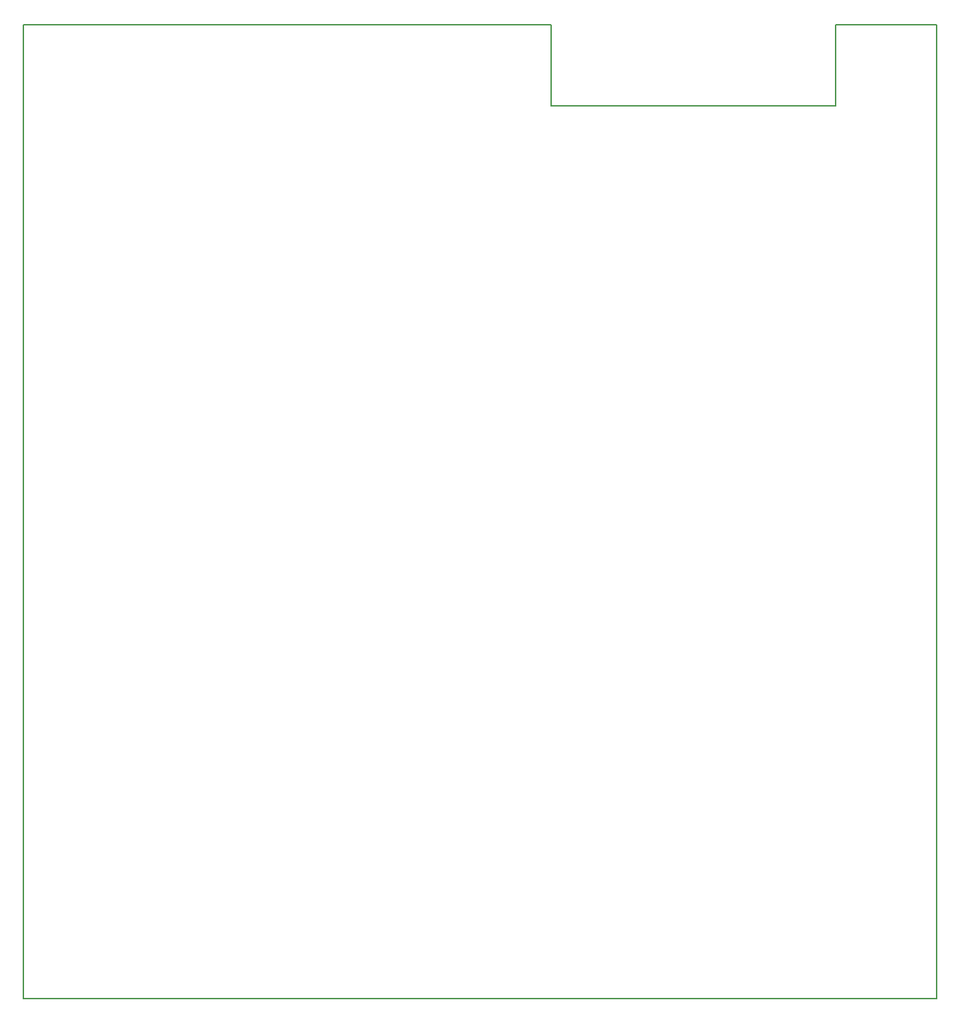
<source format=gbr>
%TF.GenerationSoftware,KiCad,Pcbnew,9.0.0*%
%TF.CreationDate,2025-04-28T14:21:01-07:00*%
%TF.ProjectId,GateDriver,47617465-4472-4697-9665-722e6b696361,rev?*%
%TF.SameCoordinates,Original*%
%TF.FileFunction,Profile,NP*%
%FSLAX46Y46*%
G04 Gerber Fmt 4.6, Leading zero omitted, Abs format (unit mm)*
G04 Created by KiCad (PCBNEW 9.0.0) date 2025-04-28 14:21:01*
%MOMM*%
%LPD*%
G01*
G04 APERTURE LIST*
%TA.AperFunction,Profile*%
%ADD10C,0.200000*%
%TD*%
G04 APERTURE END LIST*
D10*
X75000000Y-40000000D02*
X140000000Y-40000000D01*
X140000000Y-40000000D02*
X140000000Y-50000000D01*
X187500000Y-40000000D02*
X187500000Y-160000000D01*
X187500000Y-160000000D02*
X75000000Y-160000000D01*
X75000000Y-160000000D02*
X75000000Y-40000000D01*
X175000000Y-40000000D02*
X187500000Y-40000000D01*
X140000000Y-50000000D02*
X175000000Y-50000000D01*
X175000000Y-50000000D02*
X175000000Y-40000000D01*
M02*

</source>
